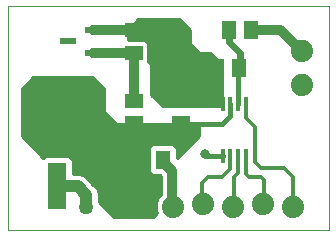
<source format=gtl>
G75*
%MOIN*%
%OFA0B0*%
%FSLAX24Y24*%
%IPPOS*%
%LPD*%
%AMOC8*
5,1,8,0,0,1.08239X$1,22.5*
%
%ADD10C,0.0000*%
%ADD11R,0.0177X0.0472*%
%ADD12C,0.0740*%
%ADD13R,0.0520X0.0220*%
%ADD14R,0.0520X0.0200*%
%ADD15R,0.0591X0.0512*%
%ADD16R,0.0512X0.0591*%
%ADD17R,0.0630X0.1575*%
%ADD18C,0.0500*%
%ADD19C,0.0400*%
%ADD20C,0.0320*%
%ADD21C,0.0100*%
%ADD22C,0.0160*%
%ADD23C,0.0120*%
%ADD24C,0.0320*%
%ADD25C,0.0240*%
D10*
X000100Y000100D02*
X000100Y007588D01*
X010785Y007588D01*
X010785Y000100D01*
X000100Y000100D01*
D11*
X007252Y002590D03*
X007507Y002590D03*
X007763Y002590D03*
X008019Y002590D03*
X008019Y004303D03*
X007763Y004303D03*
X007507Y004303D03*
X007252Y004303D03*
D12*
X009899Y004936D03*
X009899Y006076D03*
X008604Y000987D03*
X009604Y000887D03*
X007604Y000887D03*
X006604Y000987D03*
X005604Y000887D03*
X004604Y000987D03*
D13*
X002947Y006029D03*
X002947Y006769D03*
D14*
X002087Y006399D03*
D15*
X004289Y006025D03*
X004289Y006773D03*
X004289Y004411D03*
X004289Y003663D03*
X005864Y003663D03*
X005864Y004411D03*
D16*
X007065Y005513D03*
X007813Y005513D03*
X007458Y006793D03*
X008206Y006793D03*
X005254Y002462D03*
X004506Y002462D03*
D17*
X001730Y001576D03*
X001730Y004135D03*
D18*
X005667Y005415D03*
X002714Y000887D03*
D19*
X002714Y001281D01*
X002419Y001576D01*
X001730Y001576D01*
D20*
X005254Y002383D02*
X005569Y002069D01*
X005569Y000923D01*
X005604Y000887D01*
X005254Y002383D02*
X005254Y002462D01*
X004289Y004411D02*
X004289Y005218D01*
X004289Y006025D01*
X004285Y006029D01*
X002947Y006029D01*
X002947Y006769D02*
X004285Y006769D01*
X004289Y006773D01*
X008206Y006793D02*
X009182Y006793D01*
X009899Y006076D01*
D21*
X007242Y005612D02*
X007242Y004234D01*
X005273Y004234D01*
X004880Y004628D01*
X004880Y005612D01*
X004754Y005737D01*
X004754Y006352D01*
X004655Y006451D01*
X004092Y006451D01*
X004092Y006793D01*
X004437Y007138D01*
X005814Y007138D01*
X006159Y006793D01*
X006159Y006301D01*
X006454Y006006D01*
X006848Y006006D01*
X007242Y005612D01*
X007226Y005628D02*
X004864Y005628D01*
X004765Y005726D02*
X007127Y005726D01*
X007029Y005825D02*
X004754Y005825D01*
X004754Y005923D02*
X006930Y005923D01*
X006438Y006022D02*
X004754Y006022D01*
X004754Y006120D02*
X006340Y006120D01*
X006241Y006219D02*
X004754Y006219D01*
X004754Y006317D02*
X006159Y006317D01*
X006159Y006416D02*
X004690Y006416D01*
X004092Y006514D02*
X006159Y006514D01*
X006159Y006613D02*
X004092Y006613D01*
X004092Y006711D02*
X006159Y006711D01*
X006142Y006810D02*
X004109Y006810D01*
X004207Y006908D02*
X006044Y006908D01*
X005945Y007007D02*
X004306Y007007D01*
X004404Y007105D02*
X005847Y007105D01*
X004880Y005529D02*
X007242Y005529D01*
X007242Y005431D02*
X004880Y005431D01*
X004880Y005332D02*
X007242Y005332D01*
X007242Y005234D02*
X004880Y005234D01*
X004880Y005135D02*
X007242Y005135D01*
X007242Y005037D02*
X004880Y005037D01*
X004880Y004938D02*
X007242Y004938D01*
X007242Y004840D02*
X004880Y004840D01*
X004880Y004741D02*
X007242Y004741D01*
X007242Y004643D02*
X004880Y004643D01*
X004963Y004544D02*
X007242Y004544D01*
X007242Y004446D02*
X005061Y004446D01*
X005160Y004347D02*
X007242Y004347D01*
X007242Y004249D02*
X005258Y004249D01*
X006454Y003643D02*
X006454Y003250D01*
X005719Y002515D01*
X005719Y002844D01*
X005596Y002967D01*
X004911Y002967D01*
X004788Y002844D01*
X004788Y002080D01*
X004911Y001957D01*
X005157Y001957D01*
X005199Y001915D01*
X005199Y001302D01*
X005112Y001216D01*
X005024Y001003D01*
X005024Y000772D01*
X005063Y000677D01*
X004936Y000550D01*
X003642Y000550D01*
X003147Y001046D01*
X003124Y001100D01*
X003124Y001363D01*
X003062Y001513D01*
X002946Y001629D01*
X002651Y001924D01*
X002500Y001986D01*
X002255Y001986D01*
X002255Y002451D01*
X002132Y002574D01*
X001328Y002574D01*
X001276Y002522D01*
X000550Y003248D01*
X000550Y004826D01*
X000943Y005218D01*
X002911Y005218D01*
X003305Y004824D01*
X003305Y004037D01*
X003698Y003643D01*
X006454Y003643D01*
X006454Y003559D02*
X000550Y003559D01*
X000550Y003461D02*
X006454Y003461D01*
X006454Y003362D02*
X000550Y003362D01*
X000550Y003264D02*
X006454Y003264D01*
X006370Y003165D02*
X000633Y003165D01*
X000732Y003067D02*
X006271Y003067D01*
X006173Y002968D02*
X000830Y002968D01*
X000929Y002870D02*
X004813Y002870D01*
X004788Y002771D02*
X001027Y002771D01*
X001126Y002673D02*
X004788Y002673D01*
X004788Y002574D02*
X001224Y002574D01*
X002230Y002476D02*
X004788Y002476D01*
X004788Y002377D02*
X002255Y002377D01*
X002255Y002279D02*
X004788Y002279D01*
X004788Y002180D02*
X002255Y002180D01*
X002255Y002082D02*
X004788Y002082D01*
X004884Y001983D02*
X002508Y001983D01*
X002690Y001885D02*
X005199Y001885D01*
X005199Y001786D02*
X002789Y001786D01*
X002887Y001688D02*
X005199Y001688D01*
X005199Y001589D02*
X002986Y001589D01*
X003071Y001491D02*
X005199Y001491D01*
X005199Y001392D02*
X003112Y001392D01*
X003124Y001294D02*
X005190Y001294D01*
X005104Y001195D02*
X003124Y001195D01*
X003125Y001097D02*
X005063Y001097D01*
X005024Y000998D02*
X003194Y000998D01*
X003292Y000900D02*
X005024Y000900D01*
X005024Y000801D02*
X003391Y000801D01*
X003489Y000703D02*
X005053Y000703D01*
X004990Y000604D02*
X003588Y000604D01*
X005719Y002574D02*
X005779Y002574D01*
X005719Y002673D02*
X005877Y002673D01*
X005976Y002771D02*
X005719Y002771D01*
X005694Y002870D02*
X006074Y002870D01*
X003684Y003658D02*
X000550Y003658D01*
X000550Y003756D02*
X003586Y003756D01*
X003487Y003855D02*
X000550Y003855D01*
X000550Y003953D02*
X003389Y003953D01*
X003305Y004052D02*
X000550Y004052D01*
X000550Y004150D02*
X003305Y004150D01*
X003305Y004249D02*
X000550Y004249D01*
X000550Y004347D02*
X003305Y004347D01*
X003305Y004446D02*
X000550Y004446D01*
X000550Y004544D02*
X003305Y004544D01*
X003305Y004643D02*
X000550Y004643D01*
X000550Y004741D02*
X003305Y004741D01*
X003289Y004840D02*
X000564Y004840D01*
X000663Y004938D02*
X003191Y004938D01*
X003092Y005037D02*
X000761Y005037D01*
X000860Y005135D02*
X002994Y005135D01*
D22*
X006080Y003643D02*
X007242Y003643D01*
X007507Y003909D01*
X007507Y004303D01*
X007763Y004303D02*
X007763Y005464D01*
X007813Y005513D01*
X006651Y002659D02*
X006720Y002590D01*
X007252Y002590D01*
D23*
X007507Y002590D02*
X007507Y002137D01*
X007242Y001872D01*
X006750Y001872D01*
X006553Y001675D01*
X006553Y001039D01*
X006604Y000987D01*
X007604Y000887D02*
X007635Y000919D01*
X007635Y001872D01*
X007763Y002000D01*
X007763Y002590D01*
X008019Y002590D02*
X008019Y001980D01*
X008128Y001872D01*
X008521Y001872D01*
X008620Y001773D01*
X008620Y001003D01*
X008604Y000987D01*
X009604Y000887D02*
X009604Y001872D01*
X009309Y002167D01*
X008521Y002167D01*
X008324Y002364D01*
X008324Y003545D01*
X008019Y003850D01*
X008019Y004303D01*
X006080Y003643D02*
X005864Y003663D01*
D24*
X006651Y002659D03*
X004289Y005218D03*
D25*
X007458Y006380D02*
X007832Y006006D01*
X007832Y005533D01*
X007813Y005513D01*
X007458Y006380D02*
X007458Y006793D01*
M02*

</source>
